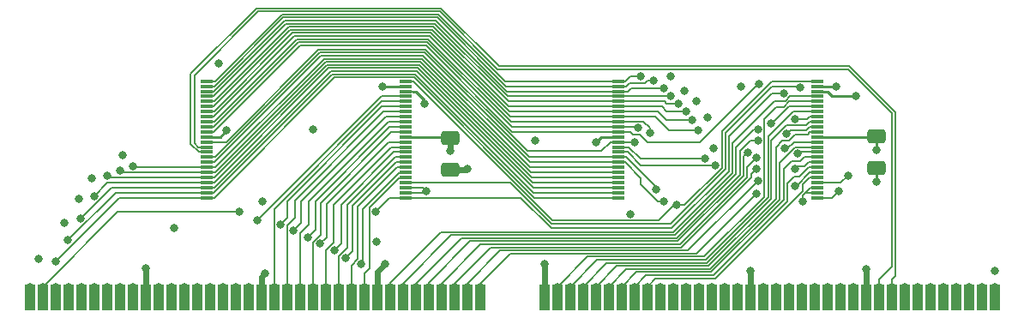
<source format=gtl>
G04 #@! TF.GenerationSoftware,KiCad,Pcbnew,7.0.9*
G04 #@! TF.CreationDate,2024-01-22T22:35:46+01:00*
G04 #@! TF.ProjectId,simm72,73696d6d-3732-42e6-9b69-6361645f7063,A*
G04 #@! TF.SameCoordinates,Original*
G04 #@! TF.FileFunction,Copper,L1,Top*
G04 #@! TF.FilePolarity,Positive*
%FSLAX46Y46*%
G04 Gerber Fmt 4.6, Leading zero omitted, Abs format (unit mm)*
G04 Created by KiCad (PCBNEW 7.0.9) date 2024-01-22 22:35:46*
%MOMM*%
%LPD*%
G01*
G04 APERTURE LIST*
G04 Aperture macros list*
%AMRoundRect*
0 Rectangle with rounded corners*
0 $1 Rounding radius*
0 $2 $3 $4 $5 $6 $7 $8 $9 X,Y pos of 4 corners*
0 Add a 4 corners polygon primitive as box body*
4,1,4,$2,$3,$4,$5,$6,$7,$8,$9,$2,$3,0*
0 Add four circle primitives for the rounded corners*
1,1,$1+$1,$2,$3*
1,1,$1+$1,$4,$5*
1,1,$1+$1,$6,$7*
1,1,$1+$1,$8,$9*
0 Add four rect primitives between the rounded corners*
20,1,$1+$1,$2,$3,$4,$5,0*
20,1,$1+$1,$4,$5,$6,$7,0*
20,1,$1+$1,$6,$7,$8,$9,0*
20,1,$1+$1,$8,$9,$2,$3,0*%
G04 Aperture macros list end*
G04 #@! TA.AperFunction,SMDPad,CuDef*
%ADD10R,1.040000X2.540000*%
G04 #@! TD*
G04 #@! TA.AperFunction,SMDPad,CuDef*
%ADD11R,1.300000X0.300000*%
G04 #@! TD*
G04 #@! TA.AperFunction,SMDPad,CuDef*
%ADD12RoundRect,0.250000X-0.650000X0.412500X-0.650000X-0.412500X0.650000X-0.412500X0.650000X0.412500X0*%
G04 #@! TD*
G04 #@! TA.AperFunction,ViaPad*
%ADD13C,0.800000*%
G04 #@! TD*
G04 #@! TA.AperFunction,Conductor*
%ADD14C,0.254000*%
G04 #@! TD*
G04 #@! TA.AperFunction,Conductor*
%ADD15C,0.609600*%
G04 #@! TD*
G04 #@! TA.AperFunction,Conductor*
%ADD16C,0.152400*%
G04 #@! TD*
G04 APERTURE END LIST*
D10*
X57375000Y-113921000D03*
X58645000Y-113921000D03*
X59915000Y-113921000D03*
X61185000Y-113921000D03*
X62455000Y-113921000D03*
X63725000Y-113921000D03*
X64995000Y-113921000D03*
X66265000Y-113921000D03*
X67535000Y-113921000D03*
X68805000Y-113921000D03*
X70075000Y-113921000D03*
X71345000Y-113921000D03*
X72615000Y-113921000D03*
X73885000Y-113921000D03*
X75155000Y-113921000D03*
X76425000Y-113921000D03*
X77695000Y-113921000D03*
X78965000Y-113921000D03*
X80235000Y-113921000D03*
X81505000Y-113921000D03*
X82775000Y-113921000D03*
X84045000Y-113921000D03*
X85315000Y-113921000D03*
X86585000Y-113921000D03*
X87855000Y-113921000D03*
X89125000Y-113921000D03*
X90395000Y-113921000D03*
X91665000Y-113921000D03*
X92935000Y-113921000D03*
X94205000Y-113921000D03*
X95475000Y-113921000D03*
X96745000Y-113921000D03*
X98015000Y-113921000D03*
X99285000Y-113921000D03*
X100555000Y-113921000D03*
X101825000Y-113921000D03*
X108175000Y-113921000D03*
X109445000Y-113921000D03*
X110715000Y-113921000D03*
X111985000Y-113921000D03*
X113255000Y-113921000D03*
X114525000Y-113921000D03*
X115795000Y-113921000D03*
X117065000Y-113921000D03*
X118335000Y-113921000D03*
X119605000Y-113921000D03*
X120875000Y-113921000D03*
X122145000Y-113921000D03*
X123415000Y-113921000D03*
X124685000Y-113921000D03*
X125955000Y-113921000D03*
X127225000Y-113921000D03*
X128495000Y-113921000D03*
X129765000Y-113921000D03*
X131035000Y-113921000D03*
X132305000Y-113921000D03*
X133575000Y-113921000D03*
X134845000Y-113921000D03*
X136115000Y-113921000D03*
X137385000Y-113921000D03*
X138655000Y-113921000D03*
X139925000Y-113921000D03*
X141195000Y-113921000D03*
X142465000Y-113921000D03*
X143735000Y-113921000D03*
X145005000Y-113921000D03*
X146275000Y-113921000D03*
X147545000Y-113921000D03*
X148815000Y-113921000D03*
X150085000Y-113921000D03*
X151355000Y-113921000D03*
X152625000Y-113921000D03*
D11*
X74830000Y-92550000D03*
X74830000Y-93050000D03*
X74830000Y-93550000D03*
X74830000Y-94050000D03*
X74830000Y-94550000D03*
X74830000Y-95050000D03*
X74830000Y-95550000D03*
X74830000Y-96050000D03*
X74830000Y-96550000D03*
X74830000Y-97050000D03*
X74830000Y-97550000D03*
X74830000Y-98050000D03*
X74830000Y-98550000D03*
X74830000Y-99050000D03*
X74830000Y-99550000D03*
X74830000Y-100050000D03*
X74830000Y-100550000D03*
X74830000Y-101050000D03*
X74830000Y-101550000D03*
X74830000Y-102050000D03*
X74830000Y-102550000D03*
X74830000Y-103050000D03*
X74830000Y-103550000D03*
X74830000Y-104050000D03*
X94530000Y-104050000D03*
X94530000Y-103550000D03*
X94530000Y-103050000D03*
X94530000Y-102550000D03*
X94530000Y-102050000D03*
X94530000Y-101550000D03*
X94530000Y-101050000D03*
X94530000Y-100550000D03*
X94530000Y-100050000D03*
X94530000Y-99550000D03*
X94530000Y-99050000D03*
X94530000Y-98550000D03*
X94530000Y-98050000D03*
X94530000Y-97550000D03*
X94530000Y-97050000D03*
X94530000Y-96550000D03*
X94530000Y-96050000D03*
X94530000Y-95550000D03*
X94530000Y-95050000D03*
X94530000Y-94550000D03*
X94530000Y-94050000D03*
X94530000Y-93550000D03*
X94530000Y-93050000D03*
X94530000Y-92550000D03*
D12*
X140941000Y-98007500D03*
X140941000Y-101132500D03*
D11*
X115470000Y-92550000D03*
X115470000Y-93050000D03*
X115470000Y-93550000D03*
X115470000Y-94050000D03*
X115470000Y-94550000D03*
X115470000Y-95050000D03*
X115470000Y-95550000D03*
X115470000Y-96050000D03*
X115470000Y-96550000D03*
X115470000Y-97050000D03*
X115470000Y-97550000D03*
X115470000Y-98050000D03*
X115470000Y-98550000D03*
X115470000Y-99050000D03*
X115470000Y-99550000D03*
X115470000Y-100050000D03*
X115470000Y-100550000D03*
X115470000Y-101050000D03*
X115470000Y-101550000D03*
X115470000Y-102050000D03*
X115470000Y-102550000D03*
X115470000Y-103050000D03*
X115470000Y-103550000D03*
X115470000Y-104050000D03*
X135170000Y-104050000D03*
X135170000Y-103550000D03*
X135170000Y-103050000D03*
X135170000Y-102550000D03*
X135170000Y-102050000D03*
X135170000Y-101550000D03*
X135170000Y-101050000D03*
X135170000Y-100550000D03*
X135170000Y-100050000D03*
X135170000Y-99550000D03*
X135170000Y-99050000D03*
X135170000Y-98550000D03*
X135170000Y-98050000D03*
X135170000Y-97550000D03*
X135170000Y-97050000D03*
X135170000Y-96550000D03*
X135170000Y-96050000D03*
X135170000Y-95550000D03*
X135170000Y-95050000D03*
X135170000Y-94550000D03*
X135170000Y-94050000D03*
X135170000Y-93550000D03*
X135170000Y-93050000D03*
X135170000Y-92550000D03*
D12*
X98904000Y-98134500D03*
X98904000Y-101259500D03*
D13*
X124900000Y-99200000D03*
X91600000Y-108400000D03*
X92173000Y-93093000D03*
X58264000Y-110111000D03*
X98904000Y-99443000D03*
X137004000Y-93093000D03*
X140941000Y-99316000D03*
X76806000Y-97411000D03*
X113255000Y-98554000D03*
X152625000Y-111254000D03*
X57375000Y-112854200D03*
X152625000Y-112854200D03*
X131797000Y-93728000D03*
X58645000Y-112854200D03*
X91531100Y-105425300D03*
X78076000Y-105425800D03*
X137258000Y-103380000D03*
X59915000Y-110365000D03*
X59915000Y-112854200D03*
X61185000Y-112854200D03*
X61121866Y-108269866D03*
X62392232Y-106111232D03*
X62455000Y-112854200D03*
X63726098Y-103889098D03*
X63725000Y-112854200D03*
X64995000Y-101921900D03*
X64995000Y-112854200D03*
X66265000Y-101348000D03*
X66265000Y-112854200D03*
X67535000Y-112854200D03*
X67535000Y-100921900D03*
X123401200Y-97411000D03*
X138655000Y-112854200D03*
X137385000Y-112854200D03*
X122773100Y-96395000D03*
X136115000Y-112854200D03*
X122145000Y-95506000D03*
X80616000Y-111508000D03*
X128495000Y-111254000D03*
X85315000Y-97284000D03*
X124304000Y-96141000D03*
X128495000Y-112854200D03*
X116684000Y-105672900D03*
X96364000Y-94744000D03*
X68805000Y-112854200D03*
X60804000Y-106555000D03*
X139925000Y-111127000D03*
X108175000Y-110619000D03*
X63471000Y-102110000D03*
X80362000Y-104396000D03*
X100555000Y-101221000D03*
X66519000Y-99824000D03*
X91665000Y-112854200D03*
X76044000Y-90807000D03*
X68805000Y-111000000D03*
X140941000Y-102491000D03*
X108175000Y-112854200D03*
X122018000Y-93474000D03*
X123161000Y-94490000D03*
X139925000Y-112854200D03*
X96491000Y-103380000D03*
X127606000Y-93093000D03*
X92427000Y-110619000D03*
X119605000Y-112854200D03*
X80235000Y-112854200D03*
X107286000Y-98427000D03*
X120621000Y-92077000D03*
X62201000Y-104142000D03*
X138909000Y-93982000D03*
X133702000Y-104396000D03*
X71599000Y-107063000D03*
X70075000Y-112854200D03*
X79854000Y-106307900D03*
X82133100Y-106682000D03*
X71345000Y-112854200D03*
X83410000Y-107317000D03*
X72615000Y-112854200D03*
X84807000Y-107958900D03*
X73885000Y-112854200D03*
X86068875Y-108594393D03*
X75155000Y-112854200D03*
X87474000Y-109222000D03*
X76425000Y-112854200D03*
X88608902Y-109991366D03*
X77695000Y-112854200D03*
X90117032Y-110642236D03*
X78965000Y-112854200D03*
X81505000Y-112854200D03*
X82775000Y-112854200D03*
X84045000Y-112854200D03*
X85315000Y-112854200D03*
X86585000Y-112854200D03*
X87855000Y-112854200D03*
X89125000Y-112854200D03*
X90395000Y-112854200D03*
X92935000Y-112854200D03*
X94205000Y-112854200D03*
X130527000Y-96706191D03*
X129257000Y-97284000D03*
X132940000Y-96268000D03*
X129257000Y-98427000D03*
X95475000Y-112854200D03*
X132114134Y-97728134D03*
X96745000Y-112854200D03*
X128237184Y-99573084D03*
X98015000Y-112854200D03*
X129130000Y-100078000D03*
X131924000Y-99189000D03*
X99285000Y-112854200D03*
X129130000Y-101221000D03*
X133195633Y-99698634D03*
X100555000Y-112854200D03*
X132940000Y-101221000D03*
X129257000Y-102364000D03*
X101825000Y-112854200D03*
X132933100Y-102872000D03*
X129130000Y-103634000D03*
X109445000Y-112854200D03*
X110715000Y-112854200D03*
X111985000Y-112854200D03*
X113255000Y-112854200D03*
X114525000Y-112854200D03*
X115795000Y-112854200D03*
X117065000Y-112854200D03*
X118335000Y-112854200D03*
X120875000Y-112854200D03*
X117065000Y-98550000D03*
X117423202Y-97178600D03*
X122145000Y-112854200D03*
X123415000Y-112854200D03*
X118589000Y-97665000D03*
X119224000Y-103253000D03*
X124685000Y-112854200D03*
X125955000Y-112854200D03*
X119986000Y-104396000D03*
X127225000Y-112854200D03*
X121256000Y-104777000D03*
X117700000Y-92077000D03*
X129765000Y-112854200D03*
X118966550Y-92461450D03*
X131035000Y-112854200D03*
X119979100Y-93220000D03*
X132305000Y-112854200D03*
X120621000Y-93982000D03*
X133575000Y-112854200D03*
X121383000Y-94744000D03*
X134845000Y-112854200D03*
X141195000Y-112854200D03*
X142465000Y-112854200D03*
X124050000Y-100211900D03*
X143735000Y-112854200D03*
X145005000Y-112854200D03*
X125066549Y-100840183D03*
X138147000Y-101856000D03*
X133448000Y-93178100D03*
X147545000Y-112854200D03*
X129384000Y-92839000D03*
X148815000Y-112854200D03*
X146275000Y-112854200D03*
X150085000Y-112854200D03*
X151355000Y-112854200D03*
D14*
X95170000Y-93550000D02*
X95510000Y-93550000D01*
X95510000Y-93550000D02*
X96364000Y-94404000D01*
X96364000Y-94404000D02*
X96364000Y-94744000D01*
D15*
X98904000Y-98134500D02*
X98904000Y-99443000D01*
D14*
X135174000Y-98046000D02*
X135170000Y-98050000D01*
X98819500Y-98050000D02*
X98904000Y-98134500D01*
X115470000Y-98050000D02*
X113759000Y-98050000D01*
X94530000Y-98050000D02*
X98819500Y-98050000D01*
X140902500Y-98046000D02*
X135174000Y-98046000D01*
X113759000Y-98050000D02*
X113255000Y-98554000D01*
D16*
X92216000Y-93050000D02*
X92173000Y-93093000D01*
D14*
X76806000Y-97411000D02*
X76167000Y-98050000D01*
X140941000Y-98007500D02*
X140902500Y-98046000D01*
X140941000Y-98007500D02*
X140941000Y-99316000D01*
X76167000Y-98050000D02*
X74830000Y-98050000D01*
X136961000Y-93050000D02*
X137004000Y-93093000D01*
X135170000Y-93050000D02*
X136961000Y-93050000D01*
X94530000Y-93050000D02*
X92216000Y-93050000D01*
D16*
X137258000Y-103380000D02*
X136588000Y-104050000D01*
X136588000Y-104050000D02*
X135170000Y-104050000D01*
X91531100Y-105418900D02*
X92900000Y-104050000D01*
X66073400Y-105425800D02*
X58645000Y-112854200D01*
X131779800Y-93745200D02*
X131797000Y-93728000D01*
X94530000Y-104050000D02*
X105873948Y-104050000D01*
X108886948Y-107063000D02*
X120748000Y-107063000D01*
X120748000Y-107063000D02*
X126386800Y-101424200D01*
X105873948Y-104050000D02*
X108886948Y-107063000D01*
X126386800Y-97995200D02*
X130636800Y-93745200D01*
X92900000Y-104050000D02*
X94530000Y-104050000D01*
X78076000Y-105425800D02*
X66073400Y-105425800D01*
X126386800Y-101424200D02*
X126386800Y-97995200D01*
X91531100Y-105425300D02*
X91531100Y-105418900D01*
X130636800Y-93745200D02*
X131779800Y-93745200D01*
X95315400Y-92171400D02*
X107194000Y-104050000D01*
X87506600Y-92171400D02*
X95315400Y-92171400D01*
X66230000Y-104050000D02*
X74830000Y-104050000D01*
X59915000Y-110365000D02*
X66230000Y-104050000D01*
X107194000Y-104050000D02*
X115470000Y-104050000D01*
X74830000Y-104050000D02*
X75628000Y-104050000D01*
X75628000Y-104050000D02*
X87506600Y-92171400D01*
X61121866Y-108269866D02*
X65841732Y-103550000D01*
X107125052Y-103550000D02*
X95441652Y-91866600D01*
X87226452Y-91866600D02*
X75543052Y-103550000D01*
X75543052Y-103550000D02*
X74830000Y-103550000D01*
X95441652Y-91866600D02*
X87226452Y-91866600D01*
X115470000Y-103550000D02*
X107125052Y-103550000D01*
X65841732Y-103550000D02*
X74830000Y-103550000D01*
X95594800Y-91561800D02*
X107083000Y-103050000D01*
X87100200Y-91561800D02*
X95594800Y-91561800D01*
X107083000Y-103050000D02*
X115470000Y-103050000D01*
X74830000Y-103050000D02*
X75612000Y-103050000D01*
X62392232Y-106111232D02*
X65453464Y-103050000D01*
X65453464Y-103050000D02*
X74830000Y-103050000D01*
X75612000Y-103050000D02*
X87100200Y-91561800D01*
X65065196Y-102550000D02*
X74830000Y-102550000D01*
X63726098Y-103889098D02*
X65065196Y-102550000D01*
X86897000Y-91257000D02*
X75604000Y-102550000D01*
X75604000Y-102550000D02*
X74830000Y-102550000D01*
X115470000Y-102550000D02*
X107014052Y-102550000D01*
X95721052Y-91257000D02*
X86897000Y-91257000D01*
X107014052Y-102550000D02*
X95721052Y-91257000D01*
X65123100Y-102050000D02*
X64995000Y-101921900D01*
X95847304Y-90952200D02*
X106945104Y-102050000D01*
X86743852Y-90952200D02*
X95847304Y-90952200D01*
X75646052Y-102050000D02*
X86743852Y-90952200D01*
X106945104Y-102050000D02*
X115470000Y-102050000D01*
X74830000Y-102050000D02*
X75646052Y-102050000D01*
X74830000Y-102050000D02*
X65123100Y-102050000D01*
X95973556Y-90647400D02*
X86617600Y-90647400D01*
X115470000Y-101550000D02*
X106876156Y-101550000D01*
X75715000Y-101550000D02*
X74830000Y-101550000D01*
X86617600Y-90647400D02*
X75715000Y-101550000D01*
X106876156Y-101550000D02*
X95973556Y-90647400D01*
X66467000Y-101550000D02*
X66265000Y-101348000D01*
X74830000Y-101550000D02*
X66467000Y-101550000D01*
X67663100Y-101050000D02*
X67535000Y-100921900D01*
X75707000Y-101050000D02*
X86414400Y-90342600D01*
X74830000Y-101050000D02*
X67663100Y-101050000D01*
X74830000Y-101050000D02*
X75707000Y-101050000D01*
X86414400Y-90342600D02*
X96099808Y-90342600D01*
X96099808Y-90342600D02*
X106807208Y-101050000D01*
X106807208Y-101050000D02*
X115470000Y-101050000D01*
X119133000Y-96050000D02*
X115470000Y-96050000D01*
X115470000Y-96050000D02*
X104824572Y-96050000D01*
X83479052Y-88089200D02*
X75518252Y-96050000D01*
X104824572Y-96050000D02*
X96863772Y-88089200D01*
X96863772Y-88089200D02*
X83479052Y-88089200D01*
X120494000Y-97411000D02*
X119133000Y-96050000D01*
X75518252Y-96050000D02*
X74830000Y-96050000D01*
X123401200Y-97411000D02*
X120494000Y-97411000D01*
X122773100Y-96395000D02*
X120240000Y-96395000D01*
X83352800Y-87784400D02*
X96990024Y-87784400D01*
X119395000Y-95550000D02*
X115470000Y-95550000D01*
X75587200Y-95550000D02*
X83352800Y-87784400D01*
X96990024Y-87784400D02*
X104755624Y-95550000D01*
X120240000Y-96395000D02*
X119395000Y-95550000D01*
X104755624Y-95550000D02*
X115470000Y-95550000D01*
X74830000Y-95550000D02*
X75587200Y-95550000D01*
X75518252Y-95050000D02*
X74830000Y-95050000D01*
X119784000Y-95050000D02*
X115470000Y-95050000D01*
X120240000Y-95506000D02*
X119784000Y-95050000D01*
X104686676Y-95050000D02*
X97116276Y-87479600D01*
X122145000Y-95506000D02*
X120240000Y-95506000D01*
X83088652Y-87479600D02*
X75518252Y-95050000D01*
X115470000Y-95050000D02*
X104686676Y-95050000D01*
X97116276Y-87479600D02*
X83088652Y-87479600D01*
X135170000Y-103550000D02*
X133976500Y-103550000D01*
X134476500Y-103050000D02*
X133976500Y-103550000D01*
X94530000Y-93550000D02*
X95170000Y-93550000D01*
D15*
X108175000Y-110619000D02*
X108175000Y-112854200D01*
X92427000Y-110619000D02*
X91665000Y-111381000D01*
D16*
X133702000Y-104396000D02*
X133702000Y-103824500D01*
D15*
X98904000Y-101259500D02*
X100516500Y-101259500D01*
X139925000Y-112854200D02*
X139925000Y-111127000D01*
X128495000Y-111254000D02*
X128495000Y-112854200D01*
X68805000Y-111000000D02*
X68805000Y-112854200D01*
D16*
X96321000Y-103550000D02*
X96491000Y-103380000D01*
D15*
X91665000Y-111381000D02*
X91665000Y-112854200D01*
D16*
X94530000Y-103550000D02*
X96321000Y-103550000D01*
X96161000Y-103050000D02*
X96491000Y-103380000D01*
D15*
X80616000Y-111508000D02*
X80235000Y-111889000D01*
D14*
X135170000Y-93550000D02*
X136127513Y-93550000D01*
D15*
X80235000Y-111889000D02*
X80235000Y-112854200D01*
D16*
X94530000Y-103050000D02*
X96161000Y-103050000D01*
D14*
X140941000Y-101132500D02*
X140941000Y-102491000D01*
X136127513Y-93550000D02*
X136559513Y-93982000D01*
X136559513Y-93982000D02*
X138909000Y-93982000D01*
X100516500Y-101259500D02*
X100555000Y-101221000D01*
D16*
X135170000Y-103050000D02*
X134476500Y-103050000D01*
X133702000Y-103824500D02*
X133976500Y-103550000D01*
X79854000Y-106286926D02*
X92090926Y-94050000D01*
X79854000Y-106307900D02*
X79854000Y-106286926D01*
X92090926Y-94050000D02*
X94530000Y-94050000D01*
X82775000Y-104431978D02*
X92156978Y-95050000D01*
X82140000Y-106682000D02*
X82775000Y-106047000D01*
X82775000Y-106047000D02*
X82775000Y-104431978D01*
X92156978Y-95050000D02*
X94530000Y-95050000D01*
X82133100Y-106682000D02*
X82140000Y-106682000D01*
X84172000Y-104396000D02*
X92518000Y-96050000D01*
X84172000Y-106555000D02*
X84172000Y-104396000D01*
X92518000Y-96050000D02*
X94530000Y-96050000D01*
X83410000Y-107317000D02*
X84172000Y-106555000D01*
X92915000Y-97050000D02*
X94530000Y-97050000D01*
X84807000Y-107958900D02*
X85569000Y-107196900D01*
X85569000Y-104396000D02*
X92915000Y-97050000D01*
X85569000Y-107196900D02*
X85569000Y-104396000D01*
X86712000Y-104650000D02*
X92812000Y-98550000D01*
X86712000Y-107951268D02*
X86712000Y-104650000D01*
X92812000Y-98550000D02*
X94530000Y-98550000D01*
X86068875Y-108594393D02*
X86712000Y-107951268D01*
X93336000Y-99550000D02*
X94530000Y-99550000D01*
X88109000Y-104777000D02*
X93336000Y-99550000D01*
X88109000Y-108587000D02*
X88109000Y-104777000D01*
X87474000Y-109222000D02*
X88109000Y-108587000D01*
X89252000Y-104827052D02*
X93529052Y-100550000D01*
X88608902Y-109991366D02*
X89252000Y-109348268D01*
X93529052Y-100550000D02*
X94530000Y-100550000D01*
X89252000Y-109348268D02*
X89252000Y-104827052D01*
X90117032Y-110642236D02*
X90268000Y-110491268D01*
X90268000Y-105158000D02*
X93876000Y-101550000D01*
X90268000Y-110491268D02*
X90268000Y-105158000D01*
X93876000Y-101550000D02*
X94530000Y-101550000D01*
X81505000Y-105179904D02*
X92134904Y-94550000D01*
X81505000Y-112854200D02*
X81505000Y-105179904D01*
X92134904Y-94550000D02*
X94530000Y-94550000D01*
X83537000Y-106047000D02*
X83537000Y-104299502D01*
X83537000Y-104299502D02*
X92286502Y-95550000D01*
X82775000Y-106809000D02*
X83537000Y-106047000D01*
X82775000Y-112854200D02*
X82775000Y-106809000D01*
X92286502Y-95550000D02*
X94530000Y-95550000D01*
X84934000Y-104396000D02*
X92780000Y-96550000D01*
X92780000Y-96550000D02*
X94530000Y-96550000D01*
X84045000Y-107571000D02*
X84934000Y-106682000D01*
X84934000Y-106682000D02*
X84934000Y-104396000D01*
X84045000Y-112854200D02*
X84045000Y-107571000D01*
X86077000Y-107698000D02*
X86077000Y-104565865D01*
X85315000Y-112854200D02*
X85315000Y-108460000D01*
X93092865Y-97550000D02*
X94530000Y-97550000D01*
X86077000Y-104565865D02*
X93092865Y-97550000D01*
X85315000Y-108460000D02*
X86077000Y-107698000D01*
X93074000Y-99050000D02*
X94530000Y-99050000D01*
X87347000Y-108460391D02*
X87347000Y-104777000D01*
X87347000Y-104777000D02*
X93074000Y-99050000D01*
X86585000Y-112854200D02*
X86585000Y-109222391D01*
X86585000Y-109222391D02*
X87347000Y-108460391D01*
X87855000Y-112854200D02*
X87855000Y-109857000D01*
X93471000Y-100050000D02*
X94530000Y-100050000D01*
X88744000Y-108968000D02*
X88744000Y-104777000D01*
X87855000Y-109857000D02*
X88744000Y-108968000D01*
X88744000Y-104777000D02*
X93471000Y-100050000D01*
X89125000Y-110746000D02*
X89760000Y-110111000D01*
X93614000Y-101050000D02*
X94530000Y-101050000D01*
X89125000Y-112854200D02*
X89125000Y-110746000D01*
X89760000Y-110111000D02*
X89760000Y-104904000D01*
X89760000Y-104904000D02*
X93614000Y-101050000D01*
X90395000Y-111508000D02*
X90903000Y-111000000D01*
X90903000Y-105031000D02*
X93884000Y-102050000D01*
X93884000Y-102050000D02*
X94530000Y-102050000D01*
X90395000Y-112854200D02*
X90395000Y-111508000D01*
X90903000Y-111000000D02*
X90903000Y-105031000D01*
X97926100Y-107444000D02*
X120875000Y-107444000D01*
X132440948Y-94050000D02*
X135170000Y-94050000D01*
X132000948Y-94490000D02*
X132440948Y-94050000D01*
X92935000Y-112435100D02*
X97926100Y-107444000D01*
X126717000Y-98681000D02*
X130908000Y-94490000D01*
X126717000Y-101602000D02*
X126717000Y-98681000D01*
X120875000Y-107444000D02*
X126717000Y-101602000D01*
X130908000Y-94490000D02*
X132000948Y-94490000D01*
X92935000Y-112854200D02*
X92935000Y-112435100D01*
X127098000Y-99062000D02*
X127098000Y-101729000D01*
X127098000Y-101729000D02*
X121078200Y-107748800D01*
X130646861Y-96706191D02*
X132303052Y-95050000D01*
X128876000Y-97284000D02*
X127098000Y-99062000D01*
X121078200Y-107748800D02*
X98980200Y-107748800D01*
X129257000Y-97284000D02*
X128876000Y-97284000D01*
X94205000Y-112524000D02*
X94205000Y-112854200D01*
X132303052Y-95050000D02*
X135170000Y-95050000D01*
X98980200Y-107748800D02*
X94205000Y-112524000D01*
X130527000Y-96706191D02*
X130646861Y-96706191D01*
X134367600Y-96050000D02*
X135170000Y-96050000D01*
X134149600Y-96268000D02*
X134367600Y-96050000D01*
X127479000Y-101819396D02*
X121244796Y-108053600D01*
X127479000Y-99443000D02*
X127479000Y-101819396D01*
X95475000Y-112562100D02*
X95475000Y-112854200D01*
X99983500Y-108053600D02*
X95475000Y-112562100D01*
X128495000Y-98427000D02*
X127479000Y-99443000D01*
X121244796Y-108053600D02*
X99983500Y-108053600D01*
X129257000Y-98427000D02*
X128495000Y-98427000D01*
X132940000Y-96268000D02*
X134149600Y-96268000D01*
X121371048Y-108358400D02*
X100885200Y-108358400D01*
X134367600Y-97050000D02*
X135170000Y-97050000D01*
X134006600Y-97411000D02*
X134367600Y-97050000D01*
X96745000Y-112498600D02*
X96745000Y-112854200D01*
X128237184Y-99573084D02*
X127860000Y-99950268D01*
X100885200Y-108358400D02*
X96745000Y-112498600D01*
X127860000Y-101869448D02*
X121371048Y-108358400D01*
X127860000Y-99950268D02*
X127860000Y-101869448D01*
X132114134Y-97728134D02*
X132114134Y-97770934D01*
X132114134Y-97770934D02*
X132474068Y-97411000D01*
X132474068Y-97411000D02*
X134006600Y-97411000D01*
X101875800Y-108663200D02*
X98015000Y-112524000D01*
X131924000Y-99189000D02*
X132178000Y-99189000D01*
X128164800Y-101043200D02*
X128164800Y-102059200D01*
X132817000Y-98550000D02*
X135170000Y-98550000D01*
X98015000Y-112524000D02*
X98015000Y-112854200D01*
X132178000Y-99189000D02*
X132817000Y-98550000D01*
X129130000Y-100078000D02*
X128164800Y-101043200D01*
X128164800Y-102059200D02*
X121560800Y-108663200D01*
X121560800Y-108663200D02*
X101875800Y-108663200D01*
X133195633Y-99698634D02*
X133344267Y-99550000D01*
X128622000Y-102033052D02*
X121687052Y-108968000D01*
X128622000Y-101729000D02*
X128622000Y-102033052D01*
X121687052Y-108968000D02*
X102879100Y-108968000D01*
X99285000Y-112562100D02*
X99285000Y-112854200D01*
X133344267Y-99550000D02*
X135170000Y-99550000D01*
X102879100Y-108968000D02*
X99285000Y-112562100D01*
X129130000Y-101221000D02*
X128622000Y-101729000D01*
X100555000Y-112524000D02*
X100555000Y-112854200D01*
X134246000Y-100550000D02*
X135170000Y-100550000D01*
X103806200Y-109272800D02*
X100555000Y-112524000D01*
X133194000Y-100967000D02*
X133829000Y-100967000D01*
X122348200Y-109272800D02*
X103806200Y-109272800D01*
X133829000Y-100967000D02*
X134246000Y-100550000D01*
X132940000Y-101221000D02*
X133194000Y-100967000D01*
X129257000Y-102364000D02*
X122348200Y-109272800D01*
X101825000Y-112562100D02*
X101825000Y-112854200D01*
X132933100Y-102872000D02*
X133090800Y-102872000D01*
X104809500Y-109577600D02*
X101825000Y-112562100D01*
X134412800Y-101550000D02*
X135170000Y-101550000D01*
X123186400Y-109577600D02*
X104809500Y-109577600D01*
X133090800Y-102872000D02*
X134412800Y-101550000D01*
X129130000Y-103634000D02*
X123186400Y-109577600D01*
X132372000Y-94550000D02*
X135170000Y-94550000D01*
X131797000Y-95125000D02*
X132372000Y-94550000D01*
X131035000Y-95125000D02*
X131797000Y-95125000D01*
X129892000Y-96268000D02*
X131035000Y-95125000D01*
X123974548Y-109882400D02*
X129892000Y-103964948D01*
X112416800Y-109882400D02*
X123974548Y-109882400D01*
X109445000Y-112854200D02*
X112416800Y-109882400D01*
X129892000Y-103964948D02*
X129892000Y-96268000D01*
X130273000Y-98026243D02*
X132749243Y-95550000D01*
X113382000Y-110187200D02*
X124100800Y-110187200D01*
X132749243Y-95550000D02*
X135170000Y-95550000D01*
X110715000Y-112854200D02*
X113382000Y-110187200D01*
X130273000Y-104015000D02*
X130273000Y-98026243D01*
X124100800Y-110187200D02*
X130273000Y-104015000D01*
X130577800Y-104168148D02*
X130577800Y-98376200D01*
X124253948Y-110492000D02*
X130577800Y-104168148D01*
X111985000Y-112854200D02*
X114347200Y-110492000D01*
X130577800Y-98376200D02*
X132051000Y-96903000D01*
X134412800Y-96550000D02*
X135170000Y-96550000D01*
X134059800Y-96903000D02*
X134412800Y-96550000D01*
X132051000Y-96903000D02*
X134059800Y-96903000D01*
X114347200Y-110492000D02*
X124253948Y-110492000D01*
X134412800Y-97550000D02*
X135170000Y-97550000D01*
X131670000Y-98427000D02*
X132305000Y-98427000D01*
X113255000Y-112854200D02*
X115312400Y-110796800D01*
X115312400Y-110796800D02*
X124380200Y-110796800D01*
X132305000Y-98427000D02*
X132940000Y-97792000D01*
X124380200Y-110796800D02*
X131035000Y-104142000D01*
X131035000Y-99062000D02*
X131670000Y-98427000D01*
X132940000Y-97792000D02*
X134170800Y-97792000D01*
X134170800Y-97792000D02*
X134412800Y-97550000D01*
X131035000Y-104142000D02*
X131035000Y-99062000D01*
X131416000Y-104218948D02*
X131416000Y-100589999D01*
X116277600Y-111101600D02*
X124533348Y-111101600D01*
X124533348Y-111101600D02*
X131416000Y-104218948D01*
X132955999Y-99050000D02*
X135170000Y-99050000D01*
X114525000Y-112854200D02*
X116277600Y-111101600D01*
X131416000Y-100589999D02*
X132955999Y-99050000D01*
X133857000Y-100050000D02*
X135170000Y-100050000D01*
X131797000Y-101221000D02*
X132559000Y-100459000D01*
X133448000Y-100459000D02*
X133857000Y-100050000D01*
X131797000Y-104269000D02*
X131797000Y-101221000D01*
X115795000Y-112854200D02*
X117242800Y-111406400D01*
X124659600Y-111406400D02*
X131797000Y-104269000D01*
X132559000Y-100459000D02*
X133448000Y-100459000D01*
X117242800Y-111406400D02*
X124659600Y-111406400D01*
X134254000Y-101050000D02*
X135170000Y-101050000D01*
X132178000Y-104396000D02*
X132178000Y-102681500D01*
X124862800Y-111711200D02*
X132178000Y-104396000D01*
X117065000Y-112854200D02*
X118208000Y-111711200D01*
X132876500Y-101983000D02*
X133321000Y-101983000D01*
X133321000Y-101983000D02*
X134254000Y-101050000D01*
X118208000Y-111711200D02*
X124862800Y-111711200D01*
X132178000Y-102681500D02*
X132876500Y-101983000D01*
X133695600Y-102767200D02*
X134412800Y-102050000D01*
X133695600Y-103386400D02*
X133695600Y-102767200D01*
X125066000Y-112016000D02*
X133695600Y-103386400D01*
X118335000Y-112854200D02*
X119173200Y-112016000D01*
X134412800Y-102050000D02*
X135170000Y-102050000D01*
X119173200Y-112016000D02*
X125066000Y-112016000D01*
X106493364Y-99443000D02*
X96478564Y-89428200D01*
X114712800Y-98550000D02*
X113819800Y-99443000D01*
X85881748Y-89428200D02*
X76759948Y-98550000D01*
X96478564Y-89428200D02*
X85881748Y-89428200D01*
X113819800Y-99443000D02*
X106493364Y-99443000D01*
X76759948Y-98550000D02*
X74830000Y-98550000D01*
X115470000Y-98550000D02*
X114712800Y-98550000D01*
X117065000Y-98550000D02*
X115470000Y-98550000D01*
X75518252Y-97050000D02*
X74830000Y-97050000D01*
X83869452Y-88698800D02*
X75518252Y-97050000D01*
X117423202Y-97178600D02*
X117294602Y-97050000D01*
X96611268Y-88698800D02*
X83869452Y-88698800D01*
X115470000Y-97050000D02*
X104962468Y-97050000D01*
X104962468Y-97050000D02*
X96611268Y-88698800D01*
X117294602Y-97050000D02*
X115470000Y-97050000D01*
X118589000Y-97665000D02*
X118589000Y-97157000D01*
X118589000Y-97157000D02*
X117982000Y-96550000D01*
X96737520Y-88394000D02*
X104893520Y-96550000D01*
X104893520Y-96550000D02*
X115470000Y-96550000D01*
X74830000Y-96550000D02*
X75587200Y-96550000D01*
X75587200Y-96550000D02*
X83743200Y-88394000D01*
X83743200Y-88394000D02*
X96737520Y-88394000D01*
X117982000Y-96550000D02*
X115470000Y-96550000D01*
X119224000Y-102999000D02*
X116275000Y-100050000D01*
X106669312Y-100050000D02*
X115470000Y-100050000D01*
X116275000Y-100050000D02*
X115470000Y-100050000D01*
X86008000Y-89733000D02*
X96352312Y-89733000D01*
X96352312Y-89733000D02*
X106669312Y-100050000D01*
X119224000Y-103253000D02*
X119224000Y-102999000D01*
X75691000Y-100050000D02*
X86008000Y-89733000D01*
X74830000Y-100050000D02*
X75691000Y-100050000D01*
X116140000Y-100550000D02*
X115470000Y-100550000D01*
X96226060Y-90037800D02*
X86134252Y-90037800D01*
X75622052Y-100550000D02*
X74830000Y-100550000D01*
X86134252Y-90037800D02*
X75622052Y-100550000D01*
X119986000Y-104396000D02*
X119351000Y-104396000D01*
X115470000Y-100550000D02*
X106738260Y-100550000D01*
X106738260Y-100550000D02*
X96226060Y-90037800D01*
X117700000Y-102745000D02*
X117700000Y-102110000D01*
X119351000Y-104396000D02*
X117700000Y-102745000D01*
X117700000Y-102110000D02*
X116140000Y-100550000D01*
X130625500Y-92550000D02*
X135170000Y-92550000D01*
X119478000Y-106301000D02*
X108987052Y-106301000D01*
X121002000Y-104777000D02*
X119478000Y-106301000D01*
X125701000Y-97474500D02*
X130625500Y-92550000D01*
X121256000Y-104777000D02*
X122018000Y-104777000D01*
X95236052Y-92550000D02*
X94530000Y-92550000D01*
X125701000Y-101094000D02*
X125701000Y-97474500D01*
X108987052Y-106301000D02*
X95236052Y-92550000D01*
X122018000Y-104777000D02*
X125701000Y-101094000D01*
X121256000Y-104777000D02*
X121002000Y-104777000D01*
X97747536Y-85955600D02*
X104341936Y-92550000D01*
X116211000Y-92550000D02*
X115470000Y-92550000D01*
X117700000Y-92077000D02*
X116684000Y-92077000D01*
X75698000Y-92550000D02*
X82292400Y-85955600D01*
X74830000Y-92550000D02*
X75698000Y-92550000D01*
X82292400Y-85955600D02*
X97747536Y-85955600D01*
X116684000Y-92077000D02*
X116211000Y-92550000D01*
X104341936Y-92550000D02*
X115470000Y-92550000D01*
X118966550Y-92461450D02*
X118331550Y-92461450D01*
X116286600Y-93050000D02*
X115470000Y-93050000D01*
X97621284Y-86260400D02*
X82418652Y-86260400D01*
X116624600Y-92712000D02*
X116286600Y-93050000D01*
X118081000Y-92712000D02*
X116624600Y-92712000D01*
X104410884Y-93050000D02*
X97621284Y-86260400D01*
X82418652Y-86260400D02*
X75629052Y-93050000D01*
X115470000Y-93050000D02*
X104410884Y-93050000D01*
X75629052Y-93050000D02*
X74830000Y-93050000D01*
X118331550Y-92461450D02*
X118081000Y-92712000D01*
X104479832Y-93550000D02*
X115470000Y-93550000D01*
X75560104Y-93550000D02*
X82544904Y-86565200D01*
X116776626Y-93220000D02*
X116446626Y-93550000D01*
X97495032Y-86565200D02*
X104479832Y-93550000D01*
X119979100Y-93220000D02*
X116776626Y-93220000D01*
X74830000Y-93550000D02*
X75560104Y-93550000D01*
X82544904Y-86565200D02*
X97495032Y-86565200D01*
X116446626Y-93550000D02*
X115470000Y-93550000D01*
X97368780Y-86870000D02*
X82671156Y-86870000D01*
X75491156Y-94050000D02*
X74830000Y-94050000D01*
X115470000Y-94050000D02*
X104548780Y-94050000D01*
X104548780Y-94050000D02*
X97368780Y-86870000D01*
X120621000Y-93982000D02*
X115538000Y-93982000D01*
X115538000Y-93982000D02*
X115470000Y-94050000D01*
X82671156Y-86870000D02*
X75491156Y-94050000D01*
X97242528Y-87174800D02*
X104617728Y-94550000D01*
X120040217Y-94550000D02*
X115470000Y-94550000D01*
X82962400Y-87174800D02*
X97242528Y-87174800D01*
X74830000Y-94550000D02*
X75587200Y-94550000D01*
X75587200Y-94550000D02*
X82962400Y-87174800D01*
X104617728Y-94550000D02*
X115470000Y-94550000D01*
X121383000Y-94744000D02*
X120234217Y-94744000D01*
X120234217Y-94744000D02*
X120040217Y-94550000D01*
X141195000Y-112854200D02*
X141195000Y-112143000D01*
X97873788Y-85650800D02*
X79930200Y-85650800D01*
X138147748Y-91365800D02*
X103588788Y-91365800D01*
X74000000Y-99050000D02*
X74830000Y-99050000D01*
X141195000Y-112143000D02*
X142465000Y-110873000D01*
X73631000Y-98681000D02*
X74000000Y-99050000D01*
X142465000Y-110873000D02*
X142465000Y-95683052D01*
X103588788Y-91365800D02*
X97873788Y-85650800D01*
X79930200Y-85650800D02*
X73631000Y-91950000D01*
X73631000Y-91950000D02*
X73631000Y-98681000D01*
X142465000Y-95683052D02*
X138147748Y-91365800D01*
X142846000Y-95633000D02*
X142846000Y-111762000D01*
X142846000Y-111762000D02*
X142465000Y-112143000D01*
X138274000Y-91061000D02*
X142846000Y-95633000D01*
X74830000Y-99550000D02*
X74068948Y-99550000D01*
X73250000Y-98731052D02*
X73250000Y-91823000D01*
X98000040Y-85346000D02*
X103715040Y-91061000D01*
X142465000Y-112143000D02*
X142465000Y-112854200D01*
X103715040Y-91061000D02*
X138274000Y-91061000D01*
X73250000Y-91823000D02*
X79727000Y-85346000D01*
X74068948Y-99550000D02*
X73250000Y-98731052D01*
X79727000Y-85346000D02*
X98000040Y-85346000D01*
X117700000Y-100205000D02*
X116545000Y-99050000D01*
X124043100Y-100205000D02*
X117700000Y-100205000D01*
X116545000Y-99050000D02*
X115470000Y-99050000D01*
X124050000Y-100211900D02*
X124043100Y-100205000D01*
X117700000Y-100840000D02*
X116410000Y-99550000D01*
X125066366Y-100840000D02*
X117700000Y-100840000D01*
X116410000Y-99550000D02*
X115470000Y-99550000D01*
X125066549Y-100840183D02*
X125066366Y-100840000D01*
X108860800Y-106605800D02*
X104805000Y-102550000D01*
X126082000Y-97665000D02*
X126082000Y-101221000D01*
X130654000Y-93093000D02*
X126082000Y-97665000D01*
X133448000Y-93178100D02*
X133362900Y-93093000D01*
X126082000Y-101221000D02*
X120697200Y-106605800D01*
X120697200Y-106605800D02*
X108860800Y-106605800D01*
X133362900Y-93093000D02*
X130654000Y-93093000D01*
X104805000Y-102550000D02*
X94530000Y-102550000D01*
X137453000Y-102550000D02*
X135170000Y-102550000D01*
X138147000Y-101856000D02*
X137453000Y-102550000D01*
X118336988Y-98554000D02*
X117589688Y-97806700D01*
X116952700Y-97806700D02*
X116696000Y-97550000D01*
X105031416Y-97550000D02*
X115470000Y-97550000D01*
X117589688Y-97806700D02*
X116952700Y-97806700D01*
X96510416Y-89029000D02*
X105031416Y-97550000D01*
X75524000Y-97550000D02*
X84045000Y-89029000D01*
X74830000Y-97550000D02*
X75524000Y-97550000D01*
X129384000Y-92839000D02*
X129257000Y-92839000D01*
X123542000Y-98554000D02*
X118336988Y-98554000D01*
X129257000Y-92839000D02*
X123542000Y-98554000D01*
X116696000Y-97550000D02*
X115470000Y-97550000D01*
X84045000Y-89029000D02*
X96510416Y-89029000D01*
M02*

</source>
